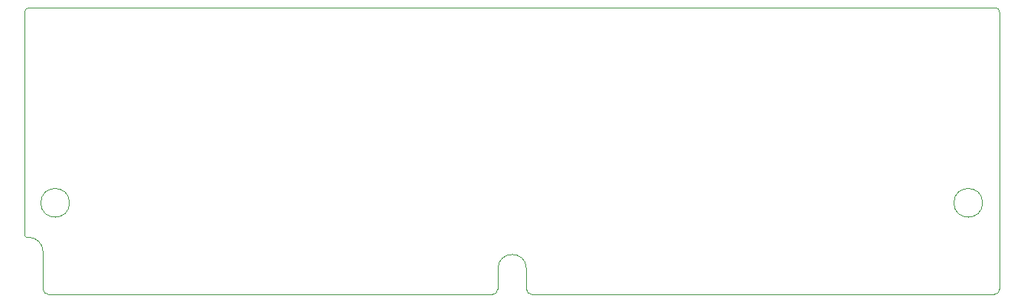
<source format=gm1>
G04 #@! TF.GenerationSoftware,KiCad,Pcbnew,9.0.0*
G04 #@! TF.CreationDate,2025-04-30T20:38:20+02:00*
G04 #@! TF.ProjectId,simm72_rom_smd,73696d6d-3732-45f7-926f-6d5f736d642e,A1*
G04 #@! TF.SameCoordinates,Original*
G04 #@! TF.FileFunction,Profile,NP*
%FSLAX46Y46*%
G04 Gerber Fmt 4.6, Leading zero omitted, Abs format (unit mm)*
G04 Created by KiCad (PCBNEW 9.0.0) date 2025-04-30 20:38:20*
%MOMM*%
%LPD*%
G01*
G04 APERTURE LIST*
G04 #@! TA.AperFunction,Profile*
%ADD10C,0.050000*%
G04 #@! TD*
G04 APERTURE END LIST*
D10*
X51025000Y-84177600D02*
G75*
G02*
X51533000Y-83669600I508000J0D01*
G01*
X158467000Y-83669600D02*
G75*
G02*
X158975000Y-84177600I0J-508000D01*
G01*
X158975000Y-84177600D02*
X158975800Y-102745000D01*
X51025000Y-84177600D02*
X51025800Y-102745000D01*
X158467000Y-83669600D02*
X51533000Y-83669600D01*
X51025800Y-102745000D02*
X51025800Y-108841000D01*
X51279800Y-109095000D02*
X51485800Y-109099793D01*
X53055800Y-114810000D02*
X53055800Y-110665000D01*
X102791000Y-115445000D02*
X53690800Y-115445000D01*
X103426000Y-114810000D02*
X103426000Y-112574800D01*
X106575600Y-114810000D02*
X106575600Y-112574800D01*
X107210600Y-115445000D02*
X157705800Y-115445000D01*
X158340800Y-115445000D02*
X157705800Y-115445000D01*
X158975800Y-102745000D02*
X158975800Y-114175000D01*
X158975800Y-114810000D02*
X158975800Y-114175000D01*
X51279800Y-109095000D02*
G75*
G02*
X51025800Y-108841000I0J254000D01*
G01*
X51485800Y-109099793D02*
G75*
G02*
X53055800Y-110665000I0J-1570007D01*
G01*
X53690800Y-115445000D02*
G75*
G02*
X53055800Y-114810000I0J635000D01*
G01*
X103426000Y-112574800D02*
G75*
G02*
X106575600Y-112574800I1574800J0D01*
G01*
X103426000Y-114810000D02*
G75*
G02*
X102791000Y-115445000I-635000J0D01*
G01*
X107210600Y-115445000D02*
G75*
G02*
X106575600Y-114810000I0J635000D01*
G01*
X158975800Y-114810000D02*
G75*
G02*
X158340800Y-115445000I-635000J0D01*
G01*
X55995324Y-105285000D02*
G75*
G02*
X52816276Y-105285000I-1589524J0D01*
G01*
X52816276Y-105285000D02*
G75*
G02*
X55995324Y-105285000I1589524J0D01*
G01*
X157086000Y-105285000D02*
G75*
G02*
X153906000Y-105285000I-1590000J0D01*
G01*
X153906000Y-105285000D02*
G75*
G02*
X157086000Y-105285000I1590000J0D01*
G01*
M02*

</source>
